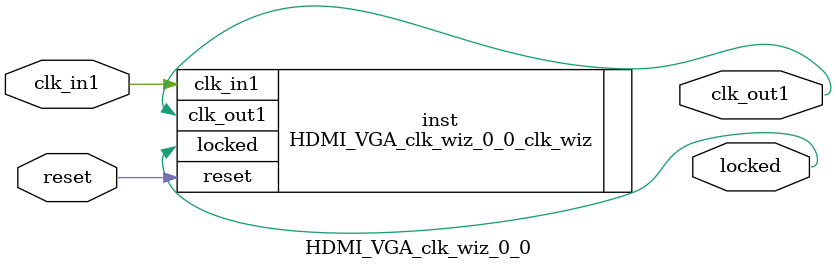
<source format=v>


`timescale 1ps/1ps

(* CORE_GENERATION_INFO = "HDMI_VGA_clk_wiz_0_0,clk_wiz_v6_0_1_0_0,{component_name=HDMI_VGA_clk_wiz_0_0,use_phase_alignment=true,use_min_o_jitter=false,use_max_i_jitter=false,use_dyn_phase_shift=false,use_inclk_switchover=false,use_dyn_reconfig=false,enable_axi=0,feedback_source=FDBK_AUTO,PRIMITIVE=MMCM,num_out_clk=1,clkin1_period=10.000,clkin2_period=10.000,use_power_down=false,use_reset=true,use_locked=true,use_inclk_stopped=false,feedback_type=SINGLE,CLOCK_MGR_TYPE=NA,manual_override=false}" *)

module HDMI_VGA_clk_wiz_0_0 
 (
  // Clock out ports
  output        clk_out1,
  // Status and control signals
  input         reset,
  output        locked,
 // Clock in ports
  input         clk_in1
 );

  HDMI_VGA_clk_wiz_0_0_clk_wiz inst
  (
  // Clock out ports  
  .clk_out1(clk_out1),
  // Status and control signals               
  .reset(reset), 
  .locked(locked),
 // Clock in ports
  .clk_in1(clk_in1)
  );

endmodule

</source>
